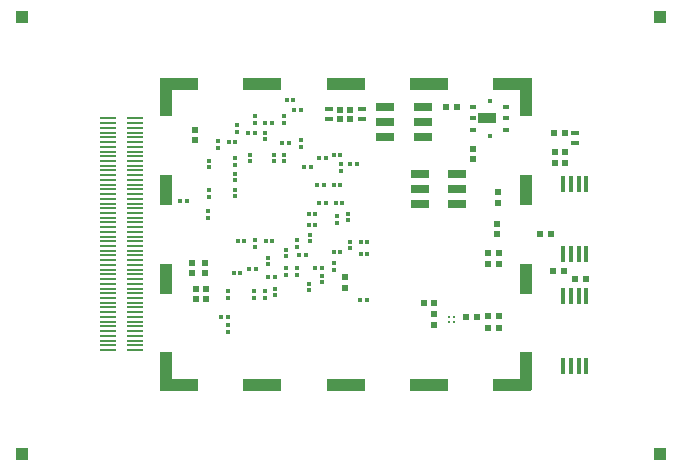
<source format=gbp>
G04 (created by PCBNEW (2013-07-07 BZR 4022)-stable) date 19/11/2015 00:50:25*
%MOIN*%
G04 Gerber Fmt 3.4, Leading zero omitted, Abs format*
%FSLAX34Y34*%
G01*
G70*
G90*
G04 APERTURE LIST*
%ADD10C,0.00590551*%
%ADD11R,0.0177165X0.0570866*%
%ADD12R,0.0392X0.0392*%
%ADD13R,0.0195X0.0195*%
%ADD14R,0.0137795X0.011811*%
%ADD15R,0.011811X0.0137795*%
%ADD16R,0.0606299X0.0362205*%
%ADD17R,0.011811X0.015748*%
%ADD18R,0.023622X0.015748*%
%ADD19R,0.0649X0.0299*%
%ADD20R,0.129921X0.0393701*%
%ADD21R,0.0393701X0.129921*%
%ADD22R,0.0393701X0.102362*%
%ADD23R,0.0566929X0.00905512*%
%ADD24R,0.0649606X0.0299213*%
%ADD25R,0.0259X0.014*%
%ADD26C,0.00866142*%
G04 APERTURE END LIST*
G54D10*
G54D11*
X79832Y-57696D03*
X79576Y-57696D03*
X79320Y-57696D03*
X79064Y-57696D03*
X79064Y-55374D03*
X79320Y-55374D03*
X79576Y-55374D03*
X79832Y-55374D03*
G54D12*
X61023Y-60629D03*
X61023Y-46062D03*
X82283Y-60629D03*
X82283Y-46062D03*
G54D13*
X67106Y-54606D03*
X67106Y-54252D03*
X66811Y-55118D03*
X66811Y-55472D03*
X67165Y-55118D03*
X67165Y-55472D03*
X76555Y-56023D03*
X76909Y-56023D03*
G54D14*
X67893Y-56348D03*
X67893Y-56564D03*
G54D11*
X79064Y-51633D03*
X79320Y-51633D03*
X79576Y-51633D03*
X79832Y-51633D03*
X79832Y-53956D03*
X79576Y-53956D03*
X79320Y-53956D03*
X79064Y-53956D03*
G54D14*
X67244Y-51840D03*
X67244Y-52057D03*
X69232Y-54084D03*
X69232Y-54301D03*
X69822Y-54045D03*
X69822Y-53828D03*
X69114Y-55423D03*
X69114Y-55206D03*
G54D15*
X67883Y-56062D03*
X67667Y-56062D03*
X69438Y-54724D03*
X69222Y-54724D03*
X66289Y-52204D03*
X66505Y-52204D03*
G54D14*
X71870Y-52844D03*
X71870Y-52627D03*
G54D15*
X70580Y-52618D03*
X70797Y-52618D03*
G54D14*
X68110Y-52037D03*
X68110Y-51820D03*
G54D15*
X68218Y-53523D03*
X68435Y-53523D03*
X69143Y-53523D03*
X69360Y-53523D03*
G54D14*
X67224Y-52765D03*
X67224Y-52549D03*
X70187Y-53730D03*
X70187Y-53513D03*
X70314Y-50383D03*
X70314Y-50167D03*
X68188Y-49891D03*
X68188Y-49675D03*
G54D15*
X70068Y-48818D03*
X69852Y-48818D03*
G54D14*
X69744Y-49596D03*
X69744Y-49379D03*
G54D15*
X72293Y-55511D03*
X72509Y-55511D03*
G54D14*
X68740Y-55206D03*
X68740Y-55423D03*
X70590Y-54950D03*
X70590Y-55167D03*
X70187Y-54438D03*
X70187Y-54655D03*
G54D15*
X72175Y-50964D03*
X71958Y-50964D03*
G54D14*
X71653Y-51190D03*
X71653Y-50974D03*
G54D15*
X71624Y-53897D03*
X71407Y-53897D03*
X72312Y-53956D03*
X72529Y-53956D03*
G54D14*
X71968Y-53769D03*
X71968Y-53553D03*
X71023Y-54911D03*
X71023Y-54694D03*
G54D15*
X70797Y-54448D03*
X71013Y-54448D03*
G54D14*
X67893Y-55423D03*
X67893Y-55206D03*
G54D15*
X71624Y-50669D03*
X71407Y-50669D03*
X70935Y-50767D03*
X71151Y-50767D03*
G54D14*
X69744Y-50659D03*
X69744Y-50875D03*
G54D15*
X69694Y-50255D03*
X69911Y-50255D03*
X68120Y-50216D03*
X67903Y-50216D03*
X70639Y-51082D03*
X70423Y-51082D03*
X71407Y-51673D03*
X71624Y-51673D03*
X71072Y-51673D03*
X70856Y-51673D03*
G54D14*
X67539Y-50423D03*
X67539Y-50206D03*
X68110Y-50777D03*
X68110Y-50994D03*
X69409Y-50659D03*
X69409Y-50875D03*
G54D15*
X69124Y-49586D03*
X69340Y-49586D03*
G54D14*
X71417Y-54498D03*
X71417Y-54281D03*
X68110Y-51505D03*
X68110Y-51289D03*
X67244Y-51072D03*
X67244Y-50856D03*
X68622Y-50659D03*
X68622Y-50875D03*
G54D15*
X68553Y-49940D03*
X68769Y-49940D03*
G54D14*
X68779Y-49379D03*
X68779Y-49596D03*
G54D15*
X70088Y-49173D03*
X70305Y-49173D03*
X71151Y-52263D03*
X70935Y-52263D03*
X71702Y-52263D03*
X71486Y-52263D03*
X70580Y-52992D03*
X70797Y-52992D03*
G54D14*
X69822Y-54438D03*
X69822Y-54655D03*
X68799Y-53730D03*
X68799Y-53513D03*
G54D15*
X68809Y-54468D03*
X68592Y-54468D03*
X68297Y-54606D03*
X68080Y-54606D03*
G54D13*
X76870Y-52263D03*
X76870Y-51909D03*
X75157Y-49055D03*
X75511Y-49055D03*
X76909Y-54291D03*
X76555Y-54291D03*
X76850Y-53306D03*
X76850Y-52952D03*
G54D14*
X71535Y-52923D03*
X71535Y-52706D03*
G54D13*
X66771Y-50177D03*
X66771Y-49823D03*
G54D14*
X69448Y-55344D03*
X69448Y-55127D03*
G54D13*
X71791Y-54744D03*
X71791Y-55098D03*
X66692Y-54606D03*
X66692Y-54252D03*
G54D15*
X70265Y-54015D03*
X70482Y-54015D03*
G54D13*
X79822Y-54803D03*
X79468Y-54803D03*
X78641Y-53307D03*
X78287Y-53307D03*
X79074Y-54527D03*
X78720Y-54527D03*
G54D14*
X69133Y-49931D03*
X69133Y-50147D03*
G54D15*
X72312Y-53562D03*
X72529Y-53562D03*
G54D14*
X70629Y-53316D03*
X70629Y-53533D03*
G54D13*
X76555Y-56437D03*
X76909Y-56437D03*
X78760Y-49921D03*
X79114Y-49921D03*
X76062Y-50806D03*
X76062Y-50452D03*
X76909Y-53917D03*
X76555Y-53917D03*
G54D16*
X76515Y-49448D03*
G54D17*
X76614Y-48877D03*
X76614Y-50019D03*
G54D18*
X77165Y-49822D03*
X77165Y-49448D03*
X77165Y-49074D03*
X76062Y-49074D03*
X76062Y-49448D03*
X76062Y-49822D03*
G54D19*
X75526Y-51790D03*
X74275Y-51290D03*
X74275Y-51790D03*
X74275Y-52290D03*
X75526Y-52290D03*
X75526Y-51290D03*
G54D20*
X71811Y-48287D03*
X71811Y-58326D03*
X77362Y-48287D03*
G54D21*
X77814Y-48740D03*
G54D20*
X66259Y-48287D03*
G54D21*
X65807Y-48740D03*
X77814Y-57874D03*
G54D20*
X77362Y-58326D03*
X66259Y-58326D03*
G54D21*
X65807Y-57874D03*
G54D20*
X74586Y-58326D03*
X69035Y-58326D03*
X69035Y-48287D03*
G54D22*
X65807Y-54783D03*
X65807Y-51830D03*
X77814Y-54783D03*
X77814Y-51830D03*
G54D20*
X74586Y-48287D03*
G54D23*
X64791Y-53543D03*
X64791Y-53858D03*
X64791Y-53700D03*
X64791Y-54015D03*
X64791Y-54645D03*
X64791Y-54488D03*
X64791Y-54173D03*
X64791Y-54330D03*
X64791Y-55905D03*
X64791Y-55748D03*
X64791Y-55433D03*
X64791Y-55590D03*
X64791Y-54960D03*
X64791Y-54803D03*
X64791Y-55118D03*
X64791Y-55275D03*
X64791Y-56535D03*
X64791Y-56377D03*
X64791Y-56062D03*
X64791Y-56220D03*
X64791Y-56850D03*
X64791Y-56692D03*
X64791Y-57007D03*
X64791Y-57165D03*
X63870Y-55433D03*
X63870Y-55275D03*
X63870Y-54960D03*
X63870Y-55118D03*
X63870Y-56692D03*
X63870Y-56535D03*
X63870Y-56220D03*
X63870Y-56377D03*
X63870Y-55748D03*
X63870Y-55590D03*
X63870Y-55905D03*
X63870Y-56062D03*
X63870Y-57165D03*
X63870Y-56850D03*
X63870Y-57007D03*
X64791Y-53385D03*
X63870Y-54488D03*
X63870Y-54330D03*
X63870Y-54015D03*
X63870Y-54173D03*
X63870Y-54803D03*
X63870Y-54645D03*
X63870Y-53543D03*
X63870Y-53385D03*
X63870Y-53700D03*
X63870Y-53858D03*
X63870Y-50078D03*
X63870Y-49921D03*
X63870Y-49606D03*
X63870Y-49763D03*
X64791Y-50078D03*
X64791Y-49921D03*
X64791Y-49606D03*
X64791Y-49763D03*
X64791Y-49448D03*
X63870Y-49448D03*
X63870Y-50708D03*
X63870Y-50551D03*
X63870Y-50236D03*
X63870Y-50393D03*
X64791Y-50708D03*
X64791Y-50551D03*
X64791Y-50236D03*
X64791Y-50393D03*
X63870Y-51968D03*
X63870Y-51811D03*
X63870Y-51496D03*
X63870Y-51653D03*
X64791Y-51968D03*
X64791Y-51811D03*
X64791Y-51496D03*
X64791Y-51653D03*
X64791Y-51023D03*
X64791Y-50866D03*
X64791Y-51181D03*
X64791Y-51338D03*
X63870Y-51023D03*
X63870Y-50866D03*
X63870Y-51181D03*
X63870Y-51338D03*
X63870Y-52598D03*
X63870Y-52440D03*
X63870Y-52125D03*
X63870Y-52283D03*
X64791Y-52598D03*
X64791Y-52440D03*
X64791Y-52125D03*
X64791Y-52283D03*
X64791Y-52913D03*
X64791Y-52755D03*
X64791Y-53070D03*
X64791Y-53228D03*
X63870Y-52913D03*
X63870Y-52755D03*
X63870Y-53070D03*
X63870Y-53228D03*
G54D24*
X73124Y-49057D03*
X73124Y-50057D03*
X74375Y-49057D03*
X74375Y-50057D03*
X74375Y-49557D03*
X73124Y-49557D03*
G54D13*
X71614Y-49468D03*
X71968Y-49468D03*
X71614Y-49153D03*
X71968Y-49153D03*
G54D25*
X71240Y-49481D03*
X71240Y-49141D03*
X72342Y-49481D03*
X72342Y-49141D03*
G54D13*
X79114Y-50571D03*
X79114Y-50925D03*
X78779Y-50571D03*
X78779Y-50925D03*
G54D25*
X79448Y-50268D03*
X79448Y-49928D03*
G54D13*
X75826Y-56062D03*
X76180Y-56062D03*
X74763Y-55964D03*
X74763Y-56318D03*
X74409Y-55610D03*
X74763Y-55610D03*
G54D26*
X75255Y-56062D03*
X75255Y-56220D03*
X75413Y-56220D03*
X75413Y-56062D03*
M02*

</source>
